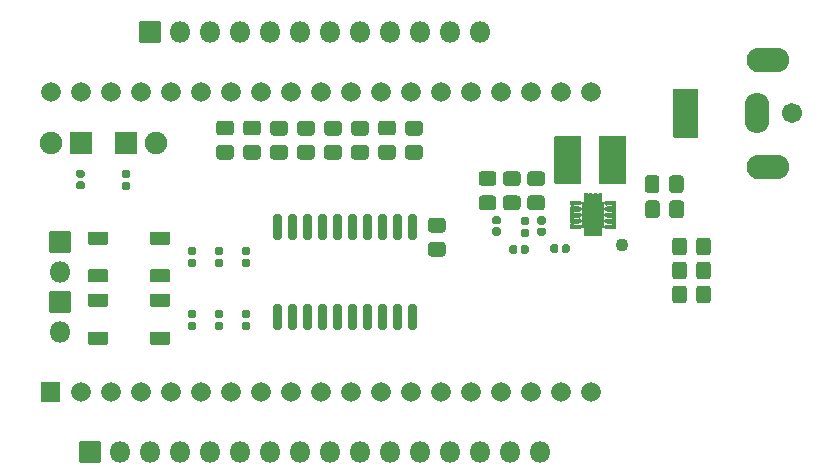
<source format=gbr>
G04 #@! TF.GenerationSoftware,KiCad,Pcbnew,5.99.0-unknown-89dcc4689~104~ubuntu20.04.1*
G04 #@! TF.CreationDate,2020-10-12T19:49:43-07:00*
G04 #@! TF.ProjectId,signal-board,7369676e-616c-42d6-926f-6172642e6b69,rev?*
G04 #@! TF.SameCoordinates,Original*
G04 #@! TF.FileFunction,Soldermask,Bot*
G04 #@! TF.FilePolarity,Negative*
%FSLAX46Y46*%
G04 Gerber Fmt 4.6, Leading zero omitted, Abs format (unit mm)*
G04 Created by KiCad (PCBNEW 5.99.0-unknown-89dcc4689~104~ubuntu20.04.1) date 2020-10-12 19:49:43*
%MOMM*%
%LPD*%
G01*
G04 APERTURE LIST*
%ADD10O,1.801600X1.801600*%
%ADD11C,1.701600*%
%ADD12O,2.101600X3.401600*%
%ADD13O,3.601600X2.101600*%
%ADD14C,1.661600*%
%ADD15C,1.901600*%
%ADD16C,1.101600*%
%ADD17O,0.990000X0.420000*%
%ADD18C,0.701600*%
G04 APERTURE END LIST*
G04 #@! TO.C,J4*
G36*
G01*
X110070000Y-138060800D02*
X108370000Y-138060800D01*
G75*
G02*
X108319200Y-138010000I0J50800D01*
G01*
X108319200Y-136310000D01*
G75*
G02*
X108370000Y-136259200I50800J0D01*
G01*
X110070000Y-136259200D01*
G75*
G02*
X110120800Y-136310000I0J-50800D01*
G01*
X110120800Y-138010000D01*
G75*
G02*
X110070000Y-138060800I-50800J0D01*
G01*
G37*
D10*
X111760000Y-137160000D03*
X114300000Y-137160000D03*
X116840000Y-137160000D03*
X119380000Y-137160000D03*
X121920000Y-137160000D03*
X124460000Y-137160000D03*
X127000000Y-137160000D03*
X129540000Y-137160000D03*
X132080000Y-137160000D03*
X134620000Y-137160000D03*
X137160000Y-137160000D03*
X139700000Y-137160000D03*
X142240000Y-137160000D03*
X144780000Y-137160000D03*
X147320000Y-137160000D03*
G04 #@! TD*
G04 #@! TO.C,J2*
G36*
G01*
X115150000Y-102500800D02*
X113450000Y-102500800D01*
G75*
G02*
X113399200Y-102450000I0J50800D01*
G01*
X113399200Y-100750000D01*
G75*
G02*
X113450000Y-100699200I50800J0D01*
G01*
X115150000Y-100699200D01*
G75*
G02*
X115200800Y-100750000I0J-50800D01*
G01*
X115200800Y-102450000D01*
G75*
G02*
X115150000Y-102500800I-50800J0D01*
G01*
G37*
X116840000Y-101600000D03*
X119380000Y-101600000D03*
X121920000Y-101600000D03*
X124460000Y-101600000D03*
X127000000Y-101600000D03*
X129540000Y-101600000D03*
X132080000Y-101600000D03*
X134620000Y-101600000D03*
X137160000Y-101600000D03*
X139700000Y-101600000D03*
X142240000Y-101600000D03*
G04 #@! TD*
D11*
G04 #@! TO.C,J1*
X168652200Y-108483400D03*
G36*
G01*
X160652200Y-110534200D02*
X158652200Y-110534200D01*
G75*
G02*
X158601400Y-110483400I0J50800D01*
G01*
X158601400Y-106483400D01*
G75*
G02*
X158652200Y-106432600I50800J0D01*
G01*
X160652200Y-106432600D01*
G75*
G02*
X160703000Y-106483400I0J-50800D01*
G01*
X160703000Y-110483400D01*
G75*
G02*
X160652200Y-110534200I-50800J0D01*
G01*
G37*
D12*
X165652200Y-108483400D03*
D13*
X166652200Y-103983400D03*
X166652200Y-112983400D03*
G04 #@! TD*
G04 #@! TO.C,U2*
G36*
G01*
X106670000Y-132930800D02*
X105110000Y-132930800D01*
G75*
G02*
X105059200Y-132880000I0J50800D01*
G01*
X105059200Y-131320000D01*
G75*
G02*
X105110000Y-131269200I50800J0D01*
G01*
X106670000Y-131269200D01*
G75*
G02*
X106720800Y-131320000I0J-50800D01*
G01*
X106720800Y-132880000D01*
G75*
G02*
X106670000Y-132930800I-50800J0D01*
G01*
G37*
D14*
X108430000Y-132100000D03*
X110970000Y-132100000D03*
X113510000Y-132100000D03*
X116050000Y-132100000D03*
X118590000Y-132100000D03*
X121130000Y-132100000D03*
X123670000Y-132100000D03*
X126210000Y-132100000D03*
X128750000Y-132100000D03*
X131290000Y-132100000D03*
X133830000Y-132100000D03*
X136370000Y-132100000D03*
X138910000Y-132100000D03*
X141450000Y-132100000D03*
X143990000Y-132100000D03*
X146530000Y-132100000D03*
X149070000Y-132100000D03*
X151610000Y-132100000D03*
X105890000Y-106700000D03*
X108430000Y-106700000D03*
X110970000Y-106700000D03*
X113510000Y-106700000D03*
X116050000Y-106700000D03*
X118590000Y-106700000D03*
X121130000Y-106700000D03*
X123670000Y-106700000D03*
X126210000Y-106700000D03*
X128750000Y-106700000D03*
X131290000Y-106700000D03*
X133830000Y-106700000D03*
X136370000Y-106700000D03*
X138910000Y-106700000D03*
X141450000Y-106700000D03*
X143990000Y-106700000D03*
X146530000Y-106700000D03*
X149070000Y-106700000D03*
X151610000Y-106700000D03*
G04 #@! TD*
G04 #@! TO.C,R4*
G36*
G01*
X117658100Y-125144200D02*
X118053900Y-125144200D01*
G75*
G02*
X118226800Y-125317100I0J-172900D01*
G01*
X118226800Y-125662900D01*
G75*
G02*
X118053900Y-125835800I-172900J0D01*
G01*
X117658100Y-125835800D01*
G75*
G02*
X117485200Y-125662900I0J172900D01*
G01*
X117485200Y-125317100D01*
G75*
G02*
X117658100Y-125144200I172900J0D01*
G01*
G37*
G36*
G01*
X117658100Y-126114200D02*
X118053900Y-126114200D01*
G75*
G02*
X118226800Y-126287100I0J-172900D01*
G01*
X118226800Y-126632900D01*
G75*
G02*
X118053900Y-126805800I-172900J0D01*
G01*
X117658100Y-126805800D01*
G75*
G02*
X117485200Y-126632900I0J172900D01*
G01*
X117485200Y-126287100D01*
G75*
G02*
X117658100Y-126114200I172900J0D01*
G01*
G37*
G04 #@! TD*
G04 #@! TO.C,R2*
G36*
G01*
X147249100Y-117203000D02*
X147644900Y-117203000D01*
G75*
G02*
X147817800Y-117375900I0J-172900D01*
G01*
X147817800Y-117721700D01*
G75*
G02*
X147644900Y-117894600I-172900J0D01*
G01*
X147249100Y-117894600D01*
G75*
G02*
X147076200Y-117721700I0J172900D01*
G01*
X147076200Y-117375900D01*
G75*
G02*
X147249100Y-117203000I172900J0D01*
G01*
G37*
G36*
G01*
X147249100Y-118173000D02*
X147644900Y-118173000D01*
G75*
G02*
X147817800Y-118345900I0J-172900D01*
G01*
X147817800Y-118691700D01*
G75*
G02*
X147644900Y-118864600I-172900J0D01*
G01*
X147249100Y-118864600D01*
G75*
G02*
X147076200Y-118691700I0J172900D01*
G01*
X147076200Y-118345900D01*
G75*
G02*
X147249100Y-118173000I172900J0D01*
G01*
G37*
G04 #@! TD*
G04 #@! TO.C,D2*
G36*
G01*
X111317200Y-111898000D02*
X111317200Y-110098000D01*
G75*
G02*
X111368000Y-110047200I50800J0D01*
G01*
X113168000Y-110047200D01*
G75*
G02*
X113218800Y-110098000I0J-50800D01*
G01*
X113218800Y-111898000D01*
G75*
G02*
X113168000Y-111948800I-50800J0D01*
G01*
X111368000Y-111948800D01*
G75*
G02*
X111317200Y-111898000I0J50800D01*
G01*
G37*
D15*
X114808000Y-110998000D03*
G04 #@! TD*
D16*
G04 #@! TO.C,TP1*
X154228800Y-119634000D03*
G04 #@! TD*
G04 #@! TO.C,R12*
G36*
G01*
X132558713Y-112412800D02*
X131601287Y-112412800D01*
G75*
G02*
X131329200Y-112140713I0J272087D01*
G01*
X131329200Y-111433287D01*
G75*
G02*
X131601287Y-111161200I272087J0D01*
G01*
X132558713Y-111161200D01*
G75*
G02*
X132830800Y-111433287I0J-272087D01*
G01*
X132830800Y-112140713D01*
G75*
G02*
X132558713Y-112412800I-272087J0D01*
G01*
G37*
G36*
G01*
X132558713Y-110362800D02*
X131601287Y-110362800D01*
G75*
G02*
X131329200Y-110090713I0J272087D01*
G01*
X131329200Y-109383287D01*
G75*
G02*
X131601287Y-109111200I272087J0D01*
G01*
X132558713Y-109111200D01*
G75*
G02*
X132830800Y-109383287I0J-272087D01*
G01*
X132830800Y-110090713D01*
G75*
G02*
X132558713Y-110362800I-272087J0D01*
G01*
G37*
G04 #@! TD*
G04 #@! TO.C,C1*
G36*
G01*
X156184800Y-114956513D02*
X156184800Y-113999087D01*
G75*
G02*
X156456887Y-113727000I272087J0D01*
G01*
X157164313Y-113727000D01*
G75*
G02*
X157436400Y-113999087I0J-272087D01*
G01*
X157436400Y-114956513D01*
G75*
G02*
X157164313Y-115228600I-272087J0D01*
G01*
X156456887Y-115228600D01*
G75*
G02*
X156184800Y-114956513I0J272087D01*
G01*
G37*
G36*
G01*
X158234800Y-114956513D02*
X158234800Y-113999087D01*
G75*
G02*
X158506887Y-113727000I272087J0D01*
G01*
X159214313Y-113727000D01*
G75*
G02*
X159486400Y-113999087I0J-272087D01*
G01*
X159486400Y-114956513D01*
G75*
G02*
X159214313Y-115228600I-272087J0D01*
G01*
X158506887Y-115228600D01*
G75*
G02*
X158234800Y-114956513I0J272087D01*
G01*
G37*
G04 #@! TD*
G04 #@! TO.C,C6*
G36*
G01*
X145411113Y-116687400D02*
X144453687Y-116687400D01*
G75*
G02*
X144181600Y-116415313I0J272087D01*
G01*
X144181600Y-115707887D01*
G75*
G02*
X144453687Y-115435800I272087J0D01*
G01*
X145411113Y-115435800D01*
G75*
G02*
X145683200Y-115707887I0J-272087D01*
G01*
X145683200Y-116415313D01*
G75*
G02*
X145411113Y-116687400I-272087J0D01*
G01*
G37*
G36*
G01*
X145411113Y-114637400D02*
X144453687Y-114637400D01*
G75*
G02*
X144181600Y-114365313I0J272087D01*
G01*
X144181600Y-113657887D01*
G75*
G02*
X144453687Y-113385800I272087J0D01*
G01*
X145411113Y-113385800D01*
G75*
G02*
X145683200Y-113657887I0J-272087D01*
G01*
X145683200Y-114365313D01*
G75*
G02*
X145411113Y-114637400I-272087J0D01*
G01*
G37*
G04 #@! TD*
G04 #@! TO.C,R8*
G36*
G01*
X108209300Y-113266000D02*
X108605100Y-113266000D01*
G75*
G02*
X108778000Y-113438900I0J-172900D01*
G01*
X108778000Y-113784700D01*
G75*
G02*
X108605100Y-113957600I-172900J0D01*
G01*
X108209300Y-113957600D01*
G75*
G02*
X108036400Y-113784700I0J172900D01*
G01*
X108036400Y-113438900D01*
G75*
G02*
X108209300Y-113266000I172900J0D01*
G01*
G37*
G36*
G01*
X108209300Y-114236000D02*
X108605100Y-114236000D01*
G75*
G02*
X108778000Y-114408900I0J-172900D01*
G01*
X108778000Y-114754700D01*
G75*
G02*
X108605100Y-114927600I-172900J0D01*
G01*
X108209300Y-114927600D01*
G75*
G02*
X108036400Y-114754700I0J172900D01*
G01*
X108036400Y-114408900D01*
G75*
G02*
X108209300Y-114236000I172900J0D01*
G01*
G37*
G04 #@! TD*
G04 #@! TO.C,R10*
G36*
G01*
X137130713Y-112412800D02*
X136173287Y-112412800D01*
G75*
G02*
X135901200Y-112140713I0J272087D01*
G01*
X135901200Y-111433287D01*
G75*
G02*
X136173287Y-111161200I272087J0D01*
G01*
X137130713Y-111161200D01*
G75*
G02*
X137402800Y-111433287I0J-272087D01*
G01*
X137402800Y-112140713D01*
G75*
G02*
X137130713Y-112412800I-272087J0D01*
G01*
G37*
G36*
G01*
X137130713Y-110362800D02*
X136173287Y-110362800D01*
G75*
G02*
X135901200Y-110090713I0J272087D01*
G01*
X135901200Y-109383287D01*
G75*
G02*
X136173287Y-109111200I272087J0D01*
G01*
X137130713Y-109111200D01*
G75*
G02*
X137402800Y-109383287I0J-272087D01*
G01*
X137402800Y-110090713D01*
G75*
G02*
X137130713Y-110362800I-272087J0D01*
G01*
G37*
G04 #@! TD*
G04 #@! TO.C,C2*
G36*
G01*
X156213200Y-117090113D02*
X156213200Y-116132687D01*
G75*
G02*
X156485287Y-115860600I272087J0D01*
G01*
X157192713Y-115860600D01*
G75*
G02*
X157464800Y-116132687I0J-272087D01*
G01*
X157464800Y-117090113D01*
G75*
G02*
X157192713Y-117362200I-272087J0D01*
G01*
X156485287Y-117362200D01*
G75*
G02*
X156213200Y-117090113I0J272087D01*
G01*
G37*
G36*
G01*
X158263200Y-117090113D02*
X158263200Y-116132687D01*
G75*
G02*
X158535287Y-115860600I272087J0D01*
G01*
X159242713Y-115860600D01*
G75*
G02*
X159514800Y-116132687I0J-272087D01*
G01*
X159514800Y-117090113D01*
G75*
G02*
X159242713Y-117362200I-272087J0D01*
G01*
X158535287Y-117362200D01*
G75*
G02*
X158263200Y-117090113I0J272087D01*
G01*
G37*
G04 #@! TD*
G04 #@! TO.C,C13*
G36*
G01*
X158496200Y-124303713D02*
X158496200Y-123346287D01*
G75*
G02*
X158768287Y-123074200I272087J0D01*
G01*
X159475713Y-123074200D01*
G75*
G02*
X159747800Y-123346287I0J-272087D01*
G01*
X159747800Y-124303713D01*
G75*
G02*
X159475713Y-124575800I-272087J0D01*
G01*
X158768287Y-124575800D01*
G75*
G02*
X158496200Y-124303713I0J272087D01*
G01*
G37*
G36*
G01*
X160546200Y-124303713D02*
X160546200Y-123346287D01*
G75*
G02*
X160818287Y-123074200I272087J0D01*
G01*
X161525713Y-123074200D01*
G75*
G02*
X161797800Y-123346287I0J-272087D01*
G01*
X161797800Y-124303713D01*
G75*
G02*
X161525713Y-124575800I-272087J0D01*
G01*
X160818287Y-124575800D01*
G75*
G02*
X160546200Y-124303713I0J272087D01*
G01*
G37*
G04 #@! TD*
G04 #@! TO.C,R7*
G36*
G01*
X122230100Y-119819200D02*
X122625900Y-119819200D01*
G75*
G02*
X122798800Y-119992100I0J-172900D01*
G01*
X122798800Y-120337900D01*
G75*
G02*
X122625900Y-120510800I-172900J0D01*
G01*
X122230100Y-120510800D01*
G75*
G02*
X122057200Y-120337900I0J172900D01*
G01*
X122057200Y-119992100D01*
G75*
G02*
X122230100Y-119819200I172900J0D01*
G01*
G37*
G36*
G01*
X122230100Y-120789200D02*
X122625900Y-120789200D01*
G75*
G02*
X122798800Y-120962100I0J-172900D01*
G01*
X122798800Y-121307900D01*
G75*
G02*
X122625900Y-121480800I-172900J0D01*
G01*
X122230100Y-121480800D01*
G75*
G02*
X122057200Y-121307900I0J172900D01*
G01*
X122057200Y-120962100D01*
G75*
G02*
X122230100Y-120789200I172900J0D01*
G01*
G37*
G04 #@! TD*
G04 #@! TO.C,R6*
G36*
G01*
X117658100Y-119810200D02*
X118053900Y-119810200D01*
G75*
G02*
X118226800Y-119983100I0J-172900D01*
G01*
X118226800Y-120328900D01*
G75*
G02*
X118053900Y-120501800I-172900J0D01*
G01*
X117658100Y-120501800D01*
G75*
G02*
X117485200Y-120328900I0J172900D01*
G01*
X117485200Y-119983100D01*
G75*
G02*
X117658100Y-119810200I172900J0D01*
G01*
G37*
G36*
G01*
X117658100Y-120780200D02*
X118053900Y-120780200D01*
G75*
G02*
X118226800Y-120953100I0J-172900D01*
G01*
X118226800Y-121298900D01*
G75*
G02*
X118053900Y-121471800I-172900J0D01*
G01*
X117658100Y-121471800D01*
G75*
G02*
X117485200Y-121298900I0J172900D01*
G01*
X117485200Y-120953100D01*
G75*
G02*
X117658100Y-120780200I172900J0D01*
G01*
G37*
G04 #@! TD*
G04 #@! TO.C,SW1*
G36*
G01*
X115972800Y-123808000D02*
X115972800Y-124808000D01*
G75*
G02*
X115922000Y-124858800I-50800J0D01*
G01*
X114372000Y-124858800D01*
G75*
G02*
X114321200Y-124808000I0J50800D01*
G01*
X114321200Y-123808000D01*
G75*
G02*
X114372000Y-123757200I50800J0D01*
G01*
X115922000Y-123757200D01*
G75*
G02*
X115972800Y-123808000I0J-50800D01*
G01*
G37*
G36*
G01*
X110722800Y-123808000D02*
X110722800Y-124808000D01*
G75*
G02*
X110672000Y-124858800I-50800J0D01*
G01*
X109122000Y-124858800D01*
G75*
G02*
X109071200Y-124808000I0J50800D01*
G01*
X109071200Y-123808000D01*
G75*
G02*
X109122000Y-123757200I50800J0D01*
G01*
X110672000Y-123757200D01*
G75*
G02*
X110722800Y-123808000I0J-50800D01*
G01*
G37*
G36*
G01*
X115972800Y-127008000D02*
X115972800Y-128008000D01*
G75*
G02*
X115922000Y-128058800I-50800J0D01*
G01*
X114372000Y-128058800D01*
G75*
G02*
X114321200Y-128008000I0J50800D01*
G01*
X114321200Y-127008000D01*
G75*
G02*
X114372000Y-126957200I50800J0D01*
G01*
X115922000Y-126957200D01*
G75*
G02*
X115972800Y-127008000I0J-50800D01*
G01*
G37*
G36*
G01*
X110722800Y-127008000D02*
X110722800Y-128008000D01*
G75*
G02*
X110672000Y-128058800I-50800J0D01*
G01*
X109122000Y-128058800D01*
G75*
G02*
X109071200Y-128008000I0J50800D01*
G01*
X109071200Y-127008000D01*
G75*
G02*
X109122000Y-126957200I50800J0D01*
G01*
X110672000Y-126957200D01*
G75*
G02*
X110722800Y-127008000I0J-50800D01*
G01*
G37*
G04 #@! TD*
G04 #@! TO.C,C5*
G36*
G01*
X143353713Y-116687400D02*
X142396287Y-116687400D01*
G75*
G02*
X142124200Y-116415313I0J272087D01*
G01*
X142124200Y-115707887D01*
G75*
G02*
X142396287Y-115435800I272087J0D01*
G01*
X143353713Y-115435800D01*
G75*
G02*
X143625800Y-115707887I0J-272087D01*
G01*
X143625800Y-116415313D01*
G75*
G02*
X143353713Y-116687400I-272087J0D01*
G01*
G37*
G36*
G01*
X143353713Y-114637400D02*
X142396287Y-114637400D01*
G75*
G02*
X142124200Y-114365313I0J272087D01*
G01*
X142124200Y-113657887D01*
G75*
G02*
X142396287Y-113385800I272087J0D01*
G01*
X143353713Y-113385800D01*
G75*
G02*
X143625800Y-113657887I0J-272087D01*
G01*
X143625800Y-114365313D01*
G75*
G02*
X143353713Y-114637400I-272087J0D01*
G01*
G37*
G04 #@! TD*
G04 #@! TO.C,R16*
G36*
G01*
X123414713Y-112403800D02*
X122457287Y-112403800D01*
G75*
G02*
X122185200Y-112131713I0J272087D01*
G01*
X122185200Y-111424287D01*
G75*
G02*
X122457287Y-111152200I272087J0D01*
G01*
X123414713Y-111152200D01*
G75*
G02*
X123686800Y-111424287I0J-272087D01*
G01*
X123686800Y-112131713D01*
G75*
G02*
X123414713Y-112403800I-272087J0D01*
G01*
G37*
G36*
G01*
X123414713Y-110353800D02*
X122457287Y-110353800D01*
G75*
G02*
X122185200Y-110081713I0J272087D01*
G01*
X122185200Y-109374287D01*
G75*
G02*
X122457287Y-109102200I272087J0D01*
G01*
X123414713Y-109102200D01*
G75*
G02*
X123686800Y-109374287I0J-272087D01*
G01*
X123686800Y-110081713D01*
G75*
G02*
X123414713Y-110353800I-272087J0D01*
G01*
G37*
G04 #@! TD*
G04 #@! TO.C,D1*
G36*
G01*
X109408800Y-110098000D02*
X109408800Y-111898000D01*
G75*
G02*
X109358000Y-111948800I-50800J0D01*
G01*
X107558000Y-111948800D01*
G75*
G02*
X107507200Y-111898000I0J50800D01*
G01*
X107507200Y-110098000D01*
G75*
G02*
X107558000Y-110047200I50800J0D01*
G01*
X109358000Y-110047200D01*
G75*
G02*
X109408800Y-110098000I0J-50800D01*
G01*
G37*
D15*
X105918000Y-110998000D03*
G04 #@! TD*
G04 #@! TO.C,C9*
G36*
G01*
X120339900Y-121471800D02*
X119944100Y-121471800D01*
G75*
G02*
X119771200Y-121298900I0J172900D01*
G01*
X119771200Y-120953100D01*
G75*
G02*
X119944100Y-120780200I172900J0D01*
G01*
X120339900Y-120780200D01*
G75*
G02*
X120512800Y-120953100I0J-172900D01*
G01*
X120512800Y-121298900D01*
G75*
G02*
X120339900Y-121471800I-172900J0D01*
G01*
G37*
G36*
G01*
X120339900Y-120501800D02*
X119944100Y-120501800D01*
G75*
G02*
X119771200Y-120328900I0J172900D01*
G01*
X119771200Y-119983100D01*
G75*
G02*
X119944100Y-119810200I172900J0D01*
G01*
X120339900Y-119810200D01*
G75*
G02*
X120512800Y-119983100I0J-172900D01*
G01*
X120512800Y-120328900D01*
G75*
G02*
X120339900Y-120501800I-172900J0D01*
G01*
G37*
G04 #@! TD*
G04 #@! TO.C,C8*
G36*
G01*
X120339900Y-126814800D02*
X119944100Y-126814800D01*
G75*
G02*
X119771200Y-126641900I0J172900D01*
G01*
X119771200Y-126296100D01*
G75*
G02*
X119944100Y-126123200I172900J0D01*
G01*
X120339900Y-126123200D01*
G75*
G02*
X120512800Y-126296100I0J-172900D01*
G01*
X120512800Y-126641900D01*
G75*
G02*
X120339900Y-126814800I-172900J0D01*
G01*
G37*
G36*
G01*
X120339900Y-125844800D02*
X119944100Y-125844800D01*
G75*
G02*
X119771200Y-125671900I0J172900D01*
G01*
X119771200Y-125326100D01*
G75*
G02*
X119944100Y-125153200I172900J0D01*
G01*
X120339900Y-125153200D01*
G75*
G02*
X120512800Y-125326100I0J-172900D01*
G01*
X120512800Y-125671900D01*
G75*
G02*
X120339900Y-125844800I-172900J0D01*
G01*
G37*
G04 #@! TD*
G04 #@! TO.C,C7*
G36*
G01*
X147468513Y-116687400D02*
X146511087Y-116687400D01*
G75*
G02*
X146239000Y-116415313I0J272087D01*
G01*
X146239000Y-115707887D01*
G75*
G02*
X146511087Y-115435800I272087J0D01*
G01*
X147468513Y-115435800D01*
G75*
G02*
X147740600Y-115707887I0J-272087D01*
G01*
X147740600Y-116415313D01*
G75*
G02*
X147468513Y-116687400I-272087J0D01*
G01*
G37*
G36*
G01*
X147468513Y-114637400D02*
X146511087Y-114637400D01*
G75*
G02*
X146239000Y-114365313I0J272087D01*
G01*
X146239000Y-113657887D01*
G75*
G02*
X146511087Y-113385800I272087J0D01*
G01*
X147468513Y-113385800D01*
G75*
G02*
X147740600Y-113657887I0J-272087D01*
G01*
X147740600Y-114365313D01*
G75*
G02*
X147468513Y-114637400I-272087J0D01*
G01*
G37*
G04 #@! TD*
G04 #@! TO.C,R15*
G36*
G01*
X125700713Y-112412800D02*
X124743287Y-112412800D01*
G75*
G02*
X124471200Y-112140713I0J272087D01*
G01*
X124471200Y-111433287D01*
G75*
G02*
X124743287Y-111161200I272087J0D01*
G01*
X125700713Y-111161200D01*
G75*
G02*
X125972800Y-111433287I0J-272087D01*
G01*
X125972800Y-112140713D01*
G75*
G02*
X125700713Y-112412800I-272087J0D01*
G01*
G37*
G36*
G01*
X125700713Y-110362800D02*
X124743287Y-110362800D01*
G75*
G02*
X124471200Y-110090713I0J272087D01*
G01*
X124471200Y-109383287D01*
G75*
G02*
X124743287Y-109111200I272087J0D01*
G01*
X125700713Y-109111200D01*
G75*
G02*
X125972800Y-109383287I0J-272087D01*
G01*
X125972800Y-110090713D01*
G75*
G02*
X125700713Y-110362800I-272087J0D01*
G01*
G37*
G04 #@! TD*
G04 #@! TO.C,R5*
G36*
G01*
X122230100Y-125144200D02*
X122625900Y-125144200D01*
G75*
G02*
X122798800Y-125317100I0J-172900D01*
G01*
X122798800Y-125662900D01*
G75*
G02*
X122625900Y-125835800I-172900J0D01*
G01*
X122230100Y-125835800D01*
G75*
G02*
X122057200Y-125662900I0J172900D01*
G01*
X122057200Y-125317100D01*
G75*
G02*
X122230100Y-125144200I172900J0D01*
G01*
G37*
G36*
G01*
X122230100Y-126114200D02*
X122625900Y-126114200D01*
G75*
G02*
X122798800Y-126287100I0J-172900D01*
G01*
X122798800Y-126632900D01*
G75*
G02*
X122625900Y-126805800I-172900J0D01*
G01*
X122230100Y-126805800D01*
G75*
G02*
X122057200Y-126632900I0J172900D01*
G01*
X122057200Y-126287100D01*
G75*
G02*
X122230100Y-126114200I172900J0D01*
G01*
G37*
G04 #@! TD*
G04 #@! TO.C,SW2*
G36*
G01*
X115972800Y-118550000D02*
X115972800Y-119550000D01*
G75*
G02*
X115922000Y-119600800I-50800J0D01*
G01*
X114372000Y-119600800D01*
G75*
G02*
X114321200Y-119550000I0J50800D01*
G01*
X114321200Y-118550000D01*
G75*
G02*
X114372000Y-118499200I50800J0D01*
G01*
X115922000Y-118499200D01*
G75*
G02*
X115972800Y-118550000I0J-50800D01*
G01*
G37*
G36*
G01*
X110722800Y-118550000D02*
X110722800Y-119550000D01*
G75*
G02*
X110672000Y-119600800I-50800J0D01*
G01*
X109122000Y-119600800D01*
G75*
G02*
X109071200Y-119550000I0J50800D01*
G01*
X109071200Y-118550000D01*
G75*
G02*
X109122000Y-118499200I50800J0D01*
G01*
X110672000Y-118499200D01*
G75*
G02*
X110722800Y-118550000I0J-50800D01*
G01*
G37*
G36*
G01*
X115972800Y-121750000D02*
X115972800Y-122750000D01*
G75*
G02*
X115922000Y-122800800I-50800J0D01*
G01*
X114372000Y-122800800D01*
G75*
G02*
X114321200Y-122750000I0J50800D01*
G01*
X114321200Y-121750000D01*
G75*
G02*
X114372000Y-121699200I50800J0D01*
G01*
X115922000Y-121699200D01*
G75*
G02*
X115972800Y-121750000I0J-50800D01*
G01*
G37*
G36*
G01*
X110722800Y-121750000D02*
X110722800Y-122750000D01*
G75*
G02*
X110672000Y-122800800I-50800J0D01*
G01*
X109122000Y-122800800D01*
G75*
G02*
X109071200Y-122750000I0J50800D01*
G01*
X109071200Y-121750000D01*
G75*
G02*
X109122000Y-121699200I50800J0D01*
G01*
X110672000Y-121699200D01*
G75*
G02*
X110722800Y-121750000I0J-50800D01*
G01*
G37*
G04 #@! TD*
G04 #@! TO.C,C10*
G36*
G01*
X138103687Y-117322800D02*
X139061113Y-117322800D01*
G75*
G02*
X139333200Y-117594887I0J-272087D01*
G01*
X139333200Y-118302313D01*
G75*
G02*
X139061113Y-118574400I-272087J0D01*
G01*
X138103687Y-118574400D01*
G75*
G02*
X137831600Y-118302313I0J272087D01*
G01*
X137831600Y-117594887D01*
G75*
G02*
X138103687Y-117322800I272087J0D01*
G01*
G37*
G36*
G01*
X138103687Y-119372800D02*
X139061113Y-119372800D01*
G75*
G02*
X139333200Y-119644887I0J-272087D01*
G01*
X139333200Y-120352313D01*
G75*
G02*
X139061113Y-120624400I-272087J0D01*
G01*
X138103687Y-120624400D01*
G75*
G02*
X137831600Y-120352313I0J272087D01*
G01*
X137831600Y-119644887D01*
G75*
G02*
X138103687Y-119372800I272087J0D01*
G01*
G37*
G04 #@! TD*
G04 #@! TO.C,C3*
G36*
G01*
X149852600Y-119740900D02*
X149852600Y-120136700D01*
G75*
G02*
X149679700Y-120309600I-172900J0D01*
G01*
X149333900Y-120309600D01*
G75*
G02*
X149161000Y-120136700I0J172900D01*
G01*
X149161000Y-119740900D01*
G75*
G02*
X149333900Y-119568000I172900J0D01*
G01*
X149679700Y-119568000D01*
G75*
G02*
X149852600Y-119740900I0J-172900D01*
G01*
G37*
G36*
G01*
X148882600Y-119740900D02*
X148882600Y-120136700D01*
G75*
G02*
X148709700Y-120309600I-172900J0D01*
G01*
X148363900Y-120309600D01*
G75*
G02*
X148191000Y-120136700I0J172900D01*
G01*
X148191000Y-119740900D01*
G75*
G02*
X148363900Y-119568000I172900J0D01*
G01*
X148709700Y-119568000D01*
G75*
G02*
X148882600Y-119740900I0J-172900D01*
G01*
G37*
G04 #@! TD*
G04 #@! TO.C,R13*
G36*
G01*
X130272713Y-112412800D02*
X129315287Y-112412800D01*
G75*
G02*
X129043200Y-112140713I0J272087D01*
G01*
X129043200Y-111433287D01*
G75*
G02*
X129315287Y-111161200I272087J0D01*
G01*
X130272713Y-111161200D01*
G75*
G02*
X130544800Y-111433287I0J-272087D01*
G01*
X130544800Y-112140713D01*
G75*
G02*
X130272713Y-112412800I-272087J0D01*
G01*
G37*
G36*
G01*
X130272713Y-110362800D02*
X129315287Y-110362800D01*
G75*
G02*
X129043200Y-110090713I0J272087D01*
G01*
X129043200Y-109383287D01*
G75*
G02*
X129315287Y-109111200I272087J0D01*
G01*
X130272713Y-109111200D01*
G75*
G02*
X130544800Y-109383287I0J-272087D01*
G01*
X130544800Y-110090713D01*
G75*
G02*
X130272713Y-110362800I-272087J0D01*
G01*
G37*
G04 #@! TD*
G04 #@! TO.C,L1*
G36*
G01*
X154614800Y-110481500D02*
X154614800Y-114381500D01*
G75*
G02*
X154564000Y-114432300I-50800J0D01*
G01*
X152364000Y-114432300D01*
G75*
G02*
X152313200Y-114381500I0J50800D01*
G01*
X152313200Y-110481500D01*
G75*
G02*
X152364000Y-110430700I50800J0D01*
G01*
X154564000Y-110430700D01*
G75*
G02*
X154614800Y-110481500I0J-50800D01*
G01*
G37*
G36*
G01*
X150814800Y-110481500D02*
X150814800Y-114381500D01*
G75*
G02*
X150764000Y-114432300I-50800J0D01*
G01*
X148564000Y-114432300D01*
G75*
G02*
X148513200Y-114381500I0J50800D01*
G01*
X148513200Y-110481500D01*
G75*
G02*
X148564000Y-110430700I50800J0D01*
G01*
X150764000Y-110430700D01*
G75*
G02*
X150814800Y-110481500I0J-50800D01*
G01*
G37*
G04 #@! TD*
G04 #@! TO.C,C11*
G36*
G01*
X158496200Y-120239713D02*
X158496200Y-119282287D01*
G75*
G02*
X158768287Y-119010200I272087J0D01*
G01*
X159475713Y-119010200D01*
G75*
G02*
X159747800Y-119282287I0J-272087D01*
G01*
X159747800Y-120239713D01*
G75*
G02*
X159475713Y-120511800I-272087J0D01*
G01*
X158768287Y-120511800D01*
G75*
G02*
X158496200Y-120239713I0J272087D01*
G01*
G37*
G36*
G01*
X160546200Y-120239713D02*
X160546200Y-119282287D01*
G75*
G02*
X160818287Y-119010200I272087J0D01*
G01*
X161525713Y-119010200D01*
G75*
G02*
X161797800Y-119282287I0J-272087D01*
G01*
X161797800Y-120239713D01*
G75*
G02*
X161525713Y-120511800I-272087J0D01*
G01*
X160818287Y-120511800D01*
G75*
G02*
X160546200Y-120239713I0J272087D01*
G01*
G37*
G04 #@! TD*
G04 #@! TO.C,R17*
G36*
G01*
X121128713Y-112394800D02*
X120171287Y-112394800D01*
G75*
G02*
X119899200Y-112122713I0J272087D01*
G01*
X119899200Y-111415287D01*
G75*
G02*
X120171287Y-111143200I272087J0D01*
G01*
X121128713Y-111143200D01*
G75*
G02*
X121400800Y-111415287I0J-272087D01*
G01*
X121400800Y-112122713D01*
G75*
G02*
X121128713Y-112394800I-272087J0D01*
G01*
G37*
G36*
G01*
X121128713Y-110344800D02*
X120171287Y-110344800D01*
G75*
G02*
X119899200Y-110072713I0J272087D01*
G01*
X119899200Y-109365287D01*
G75*
G02*
X120171287Y-109093200I272087J0D01*
G01*
X121128713Y-109093200D01*
G75*
G02*
X121400800Y-109365287I0J-272087D01*
G01*
X121400800Y-110072713D01*
G75*
G02*
X121128713Y-110344800I-272087J0D01*
G01*
G37*
G04 #@! TD*
G04 #@! TO.C,R3*
G36*
G01*
X143439100Y-117177600D02*
X143834900Y-117177600D01*
G75*
G02*
X144007800Y-117350500I0J-172900D01*
G01*
X144007800Y-117696300D01*
G75*
G02*
X143834900Y-117869200I-172900J0D01*
G01*
X143439100Y-117869200D01*
G75*
G02*
X143266200Y-117696300I0J172900D01*
G01*
X143266200Y-117350500D01*
G75*
G02*
X143439100Y-117177600I172900J0D01*
G01*
G37*
G36*
G01*
X143439100Y-118147600D02*
X143834900Y-118147600D01*
G75*
G02*
X144007800Y-118320500I0J-172900D01*
G01*
X144007800Y-118666300D01*
G75*
G02*
X143834900Y-118839200I-172900J0D01*
G01*
X143439100Y-118839200D01*
G75*
G02*
X143266200Y-118666300I0J172900D01*
G01*
X143266200Y-118320500D01*
G75*
G02*
X143439100Y-118147600I172900J0D01*
G01*
G37*
G04 #@! TD*
G04 #@! TO.C,R1*
G36*
G01*
X145852100Y-117279200D02*
X146247900Y-117279200D01*
G75*
G02*
X146420800Y-117452100I0J-172900D01*
G01*
X146420800Y-117797900D01*
G75*
G02*
X146247900Y-117970800I-172900J0D01*
G01*
X145852100Y-117970800D01*
G75*
G02*
X145679200Y-117797900I0J172900D01*
G01*
X145679200Y-117452100D01*
G75*
G02*
X145852100Y-117279200I172900J0D01*
G01*
G37*
G36*
G01*
X145852100Y-118249200D02*
X146247900Y-118249200D01*
G75*
G02*
X146420800Y-118422100I0J-172900D01*
G01*
X146420800Y-118767900D01*
G75*
G02*
X146247900Y-118940800I-172900J0D01*
G01*
X145852100Y-118940800D01*
G75*
G02*
X145679200Y-118767900I0J172900D01*
G01*
X145679200Y-118422100D01*
G75*
G02*
X145852100Y-118249200I172900J0D01*
G01*
G37*
G04 #@! TD*
G04 #@! TO.C,C12*
G36*
G01*
X158496200Y-122271713D02*
X158496200Y-121314287D01*
G75*
G02*
X158768287Y-121042200I272087J0D01*
G01*
X159475713Y-121042200D01*
G75*
G02*
X159747800Y-121314287I0J-272087D01*
G01*
X159747800Y-122271713D01*
G75*
G02*
X159475713Y-122543800I-272087J0D01*
G01*
X158768287Y-122543800D01*
G75*
G02*
X158496200Y-122271713I0J272087D01*
G01*
G37*
G36*
G01*
X160546200Y-122271713D02*
X160546200Y-121314287D01*
G75*
G02*
X160818287Y-121042200I272087J0D01*
G01*
X161525713Y-121042200D01*
G75*
G02*
X161797800Y-121314287I0J-272087D01*
G01*
X161797800Y-122271713D01*
G75*
G02*
X161525713Y-122543800I-272087J0D01*
G01*
X160818287Y-122543800D01*
G75*
G02*
X160546200Y-122271713I0J272087D01*
G01*
G37*
G04 #@! TD*
G04 #@! TO.C,J5*
G36*
G01*
X107580800Y-123610000D02*
X107580800Y-125310000D01*
G75*
G02*
X107530000Y-125360800I-50800J0D01*
G01*
X105830000Y-125360800D01*
G75*
G02*
X105779200Y-125310000I0J50800D01*
G01*
X105779200Y-123610000D01*
G75*
G02*
X105830000Y-123559200I50800J0D01*
G01*
X107530000Y-123559200D01*
G75*
G02*
X107580800Y-123610000I0J-50800D01*
G01*
G37*
D10*
X106680000Y-127000000D03*
G04 #@! TD*
G04 #@! TO.C,U1*
G36*
G01*
X153784000Y-115941500D02*
X153784000Y-116221500D01*
G75*
G02*
X153714000Y-116291500I-70000J0D01*
G01*
X153434000Y-116291500D01*
G75*
G02*
X153364000Y-116221500I0J70000D01*
G01*
X153364000Y-115941500D01*
G75*
G02*
X153434000Y-115871500I70000J0D01*
G01*
X153714000Y-115871500D01*
G75*
G02*
X153784000Y-115941500I0J-70000D01*
G01*
G37*
D17*
X153289000Y-116081500D03*
X153289000Y-116581500D03*
G36*
G01*
X153784000Y-116441500D02*
X153784000Y-116721500D01*
G75*
G02*
X153714000Y-116791500I-70000J0D01*
G01*
X153434000Y-116791500D01*
G75*
G02*
X153364000Y-116721500I0J70000D01*
G01*
X153364000Y-116441500D01*
G75*
G02*
X153434000Y-116371500I70000J0D01*
G01*
X153714000Y-116371500D01*
G75*
G02*
X153784000Y-116441500I0J-70000D01*
G01*
G37*
X153289000Y-117081500D03*
G36*
G01*
X153784000Y-116941500D02*
X153784000Y-117221500D01*
G75*
G02*
X153714000Y-117291500I-70000J0D01*
G01*
X153434000Y-117291500D01*
G75*
G02*
X153364000Y-117221500I0J70000D01*
G01*
X153364000Y-116941500D01*
G75*
G02*
X153434000Y-116871500I70000J0D01*
G01*
X153714000Y-116871500D01*
G75*
G02*
X153784000Y-116941500I0J-70000D01*
G01*
G37*
G36*
G01*
X153784000Y-117441500D02*
X153784000Y-117721500D01*
G75*
G02*
X153714000Y-117791500I-70000J0D01*
G01*
X153434000Y-117791500D01*
G75*
G02*
X153364000Y-117721500I0J70000D01*
G01*
X153364000Y-117441500D01*
G75*
G02*
X153434000Y-117371500I70000J0D01*
G01*
X153714000Y-117371500D01*
G75*
G02*
X153784000Y-117441500I0J-70000D01*
G01*
G37*
X153289000Y-117581500D03*
X153289000Y-118081500D03*
G36*
G01*
X153784000Y-117941500D02*
X153784000Y-118221500D01*
G75*
G02*
X153714000Y-118291500I-70000J0D01*
G01*
X153434000Y-118291500D01*
G75*
G02*
X153364000Y-118221500I0J70000D01*
G01*
X153364000Y-117941500D01*
G75*
G02*
X153434000Y-117871500I70000J0D01*
G01*
X153714000Y-117871500D01*
G75*
G02*
X153784000Y-117941500I0J-70000D01*
G01*
G37*
G36*
G01*
X150264000Y-117941500D02*
X150264000Y-118221500D01*
G75*
G02*
X150194000Y-118291500I-70000J0D01*
G01*
X149914000Y-118291500D01*
G75*
G02*
X149844000Y-118221500I0J70000D01*
G01*
X149844000Y-117941500D01*
G75*
G02*
X149914000Y-117871500I70000J0D01*
G01*
X150194000Y-117871500D01*
G75*
G02*
X150264000Y-117941500I0J-70000D01*
G01*
G37*
X150339000Y-118081500D03*
X150339000Y-117581500D03*
G36*
G01*
X150264000Y-117441500D02*
X150264000Y-117721500D01*
G75*
G02*
X150194000Y-117791500I-70000J0D01*
G01*
X149914000Y-117791500D01*
G75*
G02*
X149844000Y-117721500I0J70000D01*
G01*
X149844000Y-117441500D01*
G75*
G02*
X149914000Y-117371500I70000J0D01*
G01*
X150194000Y-117371500D01*
G75*
G02*
X150264000Y-117441500I0J-70000D01*
G01*
G37*
G36*
G01*
X150264000Y-116941500D02*
X150264000Y-117221500D01*
G75*
G02*
X150194000Y-117291500I-70000J0D01*
G01*
X149914000Y-117291500D01*
G75*
G02*
X149844000Y-117221500I0J70000D01*
G01*
X149844000Y-116941500D01*
G75*
G02*
X149914000Y-116871500I70000J0D01*
G01*
X150194000Y-116871500D01*
G75*
G02*
X150264000Y-116941500I0J-70000D01*
G01*
G37*
X150339000Y-117081500D03*
G36*
G01*
X150264000Y-116441500D02*
X150264000Y-116721500D01*
G75*
G02*
X150194000Y-116791500I-70000J0D01*
G01*
X149914000Y-116791500D01*
G75*
G02*
X149844000Y-116721500I0J70000D01*
G01*
X149844000Y-116441500D01*
G75*
G02*
X149914000Y-116371500I70000J0D01*
G01*
X150194000Y-116371500D01*
G75*
G02*
X150264000Y-116441500I0J-70000D01*
G01*
G37*
X150339000Y-116581500D03*
G36*
G01*
X150264000Y-115941500D02*
X150264000Y-116221500D01*
G75*
G02*
X150194000Y-116291500I-70000J0D01*
G01*
X149914000Y-116291500D01*
G75*
G02*
X149844000Y-116221500I0J70000D01*
G01*
X149844000Y-115941500D01*
G75*
G02*
X149914000Y-115871500I70000J0D01*
G01*
X150194000Y-115871500D01*
G75*
G02*
X150264000Y-115941500I0J-70000D01*
G01*
G37*
X150339000Y-116081500D03*
G36*
G01*
X151789800Y-118156500D02*
X151789800Y-118856500D01*
G75*
G02*
X151739000Y-118907300I-50800J0D01*
G01*
X151489000Y-118907300D01*
G75*
G02*
X151438200Y-118856500I0J50800D01*
G01*
X151438200Y-118156500D01*
G75*
G02*
X151489000Y-118105700I50800J0D01*
G01*
X151739000Y-118105700D01*
G75*
G02*
X151789800Y-118156500I0J-50800D01*
G01*
G37*
G36*
G01*
X152579800Y-118206500D02*
X152579800Y-118806500D01*
G75*
G02*
X152529000Y-118857300I-50800J0D01*
G01*
X152299000Y-118857300D01*
G75*
G02*
X152248200Y-118806500I0J50800D01*
G01*
X152248200Y-118206500D01*
G75*
G02*
X152299000Y-118155700I50800J0D01*
G01*
X152529000Y-118155700D01*
G75*
G02*
X152579800Y-118206500I0J-50800D01*
G01*
G37*
G36*
G01*
X151754800Y-117191500D02*
X151754800Y-118091500D01*
G75*
G02*
X151704000Y-118142300I-50800J0D01*
G01*
X151054000Y-118142300D01*
G75*
G02*
X151003200Y-118091500I0J50800D01*
G01*
X151003200Y-117191500D01*
G75*
G02*
X151054000Y-117140700I50800J0D01*
G01*
X151704000Y-117140700D01*
G75*
G02*
X151754800Y-117191500I0J-50800D01*
G01*
G37*
G36*
G01*
X152624800Y-117191500D02*
X152624800Y-118091500D01*
G75*
G02*
X152574000Y-118142300I-50800J0D01*
G01*
X151924000Y-118142300D01*
G75*
G02*
X151873200Y-118091500I0J50800D01*
G01*
X151873200Y-117191500D01*
G75*
G02*
X151924000Y-117140700I50800J0D01*
G01*
X152574000Y-117140700D01*
G75*
G02*
X152624800Y-117191500I0J-50800D01*
G01*
G37*
G36*
G01*
X152624800Y-116071500D02*
X152624800Y-116971500D01*
G75*
G02*
X152574000Y-117022300I-50800J0D01*
G01*
X151924000Y-117022300D01*
G75*
G02*
X151873200Y-116971500I0J50800D01*
G01*
X151873200Y-116071500D01*
G75*
G02*
X151924000Y-116020700I50800J0D01*
G01*
X152574000Y-116020700D01*
G75*
G02*
X152624800Y-116071500I0J-50800D01*
G01*
G37*
D18*
X151814000Y-117081500D03*
G36*
G01*
X151379800Y-115356500D02*
X151379800Y-115956500D01*
G75*
G02*
X151329000Y-116007300I-50800J0D01*
G01*
X151099000Y-116007300D01*
G75*
G02*
X151048200Y-115956500I0J50800D01*
G01*
X151048200Y-115356500D01*
G75*
G02*
X151099000Y-115305700I50800J0D01*
G01*
X151329000Y-115305700D01*
G75*
G02*
X151379800Y-115356500I0J-50800D01*
G01*
G37*
G36*
G01*
X152579800Y-115356500D02*
X152579800Y-115956500D01*
G75*
G02*
X152529000Y-116007300I-50800J0D01*
G01*
X152299000Y-116007300D01*
G75*
G02*
X152248200Y-115956500I0J50800D01*
G01*
X152248200Y-115356500D01*
G75*
G02*
X152299000Y-115305700I50800J0D01*
G01*
X152529000Y-115305700D01*
G75*
G02*
X152579800Y-115356500I0J-50800D01*
G01*
G37*
G36*
G01*
X152179800Y-118206500D02*
X152179800Y-118806500D01*
G75*
G02*
X152129000Y-118857300I-50800J0D01*
G01*
X151899000Y-118857300D01*
G75*
G02*
X151848200Y-118806500I0J50800D01*
G01*
X151848200Y-118206500D01*
G75*
G02*
X151899000Y-118155700I50800J0D01*
G01*
X152129000Y-118155700D01*
G75*
G02*
X152179800Y-118206500I0J-50800D01*
G01*
G37*
G36*
G01*
X152189800Y-115306500D02*
X152189800Y-116006500D01*
G75*
G02*
X152139000Y-116057300I-50800J0D01*
G01*
X151889000Y-116057300D01*
G75*
G02*
X151838200Y-116006500I0J50800D01*
G01*
X151838200Y-115306500D01*
G75*
G02*
X151889000Y-115255700I50800J0D01*
G01*
X152139000Y-115255700D01*
G75*
G02*
X152189800Y-115306500I0J-50800D01*
G01*
G37*
G36*
G01*
X151389800Y-118156500D02*
X151389800Y-118856500D01*
G75*
G02*
X151339000Y-118907300I-50800J0D01*
G01*
X151089000Y-118907300D01*
G75*
G02*
X151038200Y-118856500I0J50800D01*
G01*
X151038200Y-118156500D01*
G75*
G02*
X151089000Y-118105700I50800J0D01*
G01*
X151339000Y-118105700D01*
G75*
G02*
X151389800Y-118156500I0J-50800D01*
G01*
G37*
G36*
G01*
X151789800Y-115306500D02*
X151789800Y-116006500D01*
G75*
G02*
X151739000Y-116057300I-50800J0D01*
G01*
X151489000Y-116057300D01*
G75*
G02*
X151438200Y-116006500I0J50800D01*
G01*
X151438200Y-115306500D01*
G75*
G02*
X151489000Y-115255700I50800J0D01*
G01*
X151739000Y-115255700D01*
G75*
G02*
X151789800Y-115306500I0J-50800D01*
G01*
G37*
X151314000Y-116581500D03*
G36*
G01*
X151389800Y-115306500D02*
X151389800Y-116006500D01*
G75*
G02*
X151339000Y-116057300I-50800J0D01*
G01*
X151089000Y-116057300D01*
G75*
G02*
X151038200Y-116006500I0J50800D01*
G01*
X151038200Y-115306500D01*
G75*
G02*
X151089000Y-115255700I50800J0D01*
G01*
X151339000Y-115255700D01*
G75*
G02*
X151389800Y-115306500I0J-50800D01*
G01*
G37*
G36*
G01*
X152189800Y-118156500D02*
X152189800Y-118856500D01*
G75*
G02*
X152139000Y-118907300I-50800J0D01*
G01*
X151889000Y-118907300D01*
G75*
G02*
X151838200Y-118856500I0J50800D01*
G01*
X151838200Y-118156500D01*
G75*
G02*
X151889000Y-118105700I50800J0D01*
G01*
X152139000Y-118105700D01*
G75*
G02*
X152189800Y-118156500I0J-50800D01*
G01*
G37*
G36*
G01*
X152179800Y-115356500D02*
X152179800Y-115956500D01*
G75*
G02*
X152129000Y-116007300I-50800J0D01*
G01*
X151899000Y-116007300D01*
G75*
G02*
X151848200Y-115956500I0J50800D01*
G01*
X151848200Y-115356500D01*
G75*
G02*
X151899000Y-115305700I50800J0D01*
G01*
X152129000Y-115305700D01*
G75*
G02*
X152179800Y-115356500I0J-50800D01*
G01*
G37*
G36*
G01*
X152589800Y-118156500D02*
X152589800Y-118856500D01*
G75*
G02*
X152539000Y-118907300I-50800J0D01*
G01*
X152289000Y-118907300D01*
G75*
G02*
X152238200Y-118856500I0J50800D01*
G01*
X152238200Y-118156500D01*
G75*
G02*
X152289000Y-118105700I50800J0D01*
G01*
X152539000Y-118105700D01*
G75*
G02*
X152589800Y-118156500I0J-50800D01*
G01*
G37*
X151314000Y-117581500D03*
G36*
G01*
X152589800Y-115306500D02*
X152589800Y-116006500D01*
G75*
G02*
X152539000Y-116057300I-50800J0D01*
G01*
X152289000Y-116057300D01*
G75*
G02*
X152238200Y-116006500I0J50800D01*
G01*
X152238200Y-115306500D01*
G75*
G02*
X152289000Y-115255700I50800J0D01*
G01*
X152539000Y-115255700D01*
G75*
G02*
X152589800Y-115306500I0J-50800D01*
G01*
G37*
G36*
G01*
X151754800Y-116071500D02*
X151754800Y-116971500D01*
G75*
G02*
X151704000Y-117022300I-50800J0D01*
G01*
X151054000Y-117022300D01*
G75*
G02*
X151003200Y-116971500I0J50800D01*
G01*
X151003200Y-116071500D01*
G75*
G02*
X151054000Y-116020700I50800J0D01*
G01*
X151704000Y-116020700D01*
G75*
G02*
X151754800Y-116071500I0J-50800D01*
G01*
G37*
X152314000Y-117581500D03*
G36*
G01*
X151779800Y-118206500D02*
X151779800Y-118806500D01*
G75*
G02*
X151729000Y-118857300I-50800J0D01*
G01*
X151499000Y-118857300D01*
G75*
G02*
X151448200Y-118806500I0J50800D01*
G01*
X151448200Y-118206500D01*
G75*
G02*
X151499000Y-118155700I50800J0D01*
G01*
X151729000Y-118155700D01*
G75*
G02*
X151779800Y-118206500I0J-50800D01*
G01*
G37*
G36*
G01*
X152714800Y-116006500D02*
X152714800Y-118156500D01*
G75*
G02*
X152664000Y-118207300I-50800J0D01*
G01*
X150964000Y-118207300D01*
G75*
G02*
X150913200Y-118156500I0J50800D01*
G01*
X150913200Y-116006500D01*
G75*
G02*
X150964000Y-115955700I50800J0D01*
G01*
X152664000Y-115955700D01*
G75*
G02*
X152714800Y-116006500I0J-50800D01*
G01*
G37*
G36*
G01*
X151379800Y-118206500D02*
X151379800Y-118806500D01*
G75*
G02*
X151329000Y-118857300I-50800J0D01*
G01*
X151099000Y-118857300D01*
G75*
G02*
X151048200Y-118806500I0J50800D01*
G01*
X151048200Y-118206500D01*
G75*
G02*
X151099000Y-118155700I50800J0D01*
G01*
X151329000Y-118155700D01*
G75*
G02*
X151379800Y-118206500I0J-50800D01*
G01*
G37*
G36*
G01*
X151779800Y-115356500D02*
X151779800Y-115956500D01*
G75*
G02*
X151729000Y-116007300I-50800J0D01*
G01*
X151499000Y-116007300D01*
G75*
G02*
X151448200Y-115956500I0J50800D01*
G01*
X151448200Y-115356500D01*
G75*
G02*
X151499000Y-115305700I50800J0D01*
G01*
X151729000Y-115305700D01*
G75*
G02*
X151779800Y-115356500I0J-50800D01*
G01*
G37*
X152314000Y-116581500D03*
G04 #@! TD*
G04 #@! TO.C,C4*
G36*
G01*
X146372800Y-119817100D02*
X146372800Y-120212900D01*
G75*
G02*
X146199900Y-120385800I-172900J0D01*
G01*
X145854100Y-120385800D01*
G75*
G02*
X145681200Y-120212900I0J172900D01*
G01*
X145681200Y-119817100D01*
G75*
G02*
X145854100Y-119644200I172900J0D01*
G01*
X146199900Y-119644200D01*
G75*
G02*
X146372800Y-119817100I0J-172900D01*
G01*
G37*
G36*
G01*
X145402800Y-119817100D02*
X145402800Y-120212900D01*
G75*
G02*
X145229900Y-120385800I-172900J0D01*
G01*
X144884100Y-120385800D01*
G75*
G02*
X144711200Y-120212900I0J172900D01*
G01*
X144711200Y-119817100D01*
G75*
G02*
X144884100Y-119644200I172900J0D01*
G01*
X145229900Y-119644200D01*
G75*
G02*
X145402800Y-119817100I0J-172900D01*
G01*
G37*
G04 #@! TD*
G04 #@! TO.C,IC1*
G36*
G01*
X136700400Y-126805800D02*
X136349600Y-126805800D01*
G75*
G02*
X136174200Y-126630400I0J175400D01*
G01*
X136174200Y-124829600D01*
G75*
G02*
X136349600Y-124654200I175400J0D01*
G01*
X136700400Y-124654200D01*
G75*
G02*
X136875800Y-124829600I0J-175400D01*
G01*
X136875800Y-126630400D01*
G75*
G02*
X136700400Y-126805800I-175400J0D01*
G01*
G37*
G36*
G01*
X135430400Y-126805800D02*
X135079600Y-126805800D01*
G75*
G02*
X134904200Y-126630400I0J175400D01*
G01*
X134904200Y-124829600D01*
G75*
G02*
X135079600Y-124654200I175400J0D01*
G01*
X135430400Y-124654200D01*
G75*
G02*
X135605800Y-124829600I0J-175400D01*
G01*
X135605800Y-126630400D01*
G75*
G02*
X135430400Y-126805800I-175400J0D01*
G01*
G37*
G36*
G01*
X134160400Y-126805800D02*
X133809600Y-126805800D01*
G75*
G02*
X133634200Y-126630400I0J175400D01*
G01*
X133634200Y-124829600D01*
G75*
G02*
X133809600Y-124654200I175400J0D01*
G01*
X134160400Y-124654200D01*
G75*
G02*
X134335800Y-124829600I0J-175400D01*
G01*
X134335800Y-126630400D01*
G75*
G02*
X134160400Y-126805800I-175400J0D01*
G01*
G37*
G36*
G01*
X132890400Y-126805800D02*
X132539600Y-126805800D01*
G75*
G02*
X132364200Y-126630400I0J175400D01*
G01*
X132364200Y-124829600D01*
G75*
G02*
X132539600Y-124654200I175400J0D01*
G01*
X132890400Y-124654200D01*
G75*
G02*
X133065800Y-124829600I0J-175400D01*
G01*
X133065800Y-126630400D01*
G75*
G02*
X132890400Y-126805800I-175400J0D01*
G01*
G37*
G36*
G01*
X131620400Y-126805800D02*
X131269600Y-126805800D01*
G75*
G02*
X131094200Y-126630400I0J175400D01*
G01*
X131094200Y-124829600D01*
G75*
G02*
X131269600Y-124654200I175400J0D01*
G01*
X131620400Y-124654200D01*
G75*
G02*
X131795800Y-124829600I0J-175400D01*
G01*
X131795800Y-126630400D01*
G75*
G02*
X131620400Y-126805800I-175400J0D01*
G01*
G37*
G36*
G01*
X130350400Y-126805800D02*
X129999600Y-126805800D01*
G75*
G02*
X129824200Y-126630400I0J175400D01*
G01*
X129824200Y-124829600D01*
G75*
G02*
X129999600Y-124654200I175400J0D01*
G01*
X130350400Y-124654200D01*
G75*
G02*
X130525800Y-124829600I0J-175400D01*
G01*
X130525800Y-126630400D01*
G75*
G02*
X130350400Y-126805800I-175400J0D01*
G01*
G37*
G36*
G01*
X129080400Y-126805800D02*
X128729600Y-126805800D01*
G75*
G02*
X128554200Y-126630400I0J175400D01*
G01*
X128554200Y-124829600D01*
G75*
G02*
X128729600Y-124654200I175400J0D01*
G01*
X129080400Y-124654200D01*
G75*
G02*
X129255800Y-124829600I0J-175400D01*
G01*
X129255800Y-126630400D01*
G75*
G02*
X129080400Y-126805800I-175400J0D01*
G01*
G37*
G36*
G01*
X127810400Y-126805800D02*
X127459600Y-126805800D01*
G75*
G02*
X127284200Y-126630400I0J175400D01*
G01*
X127284200Y-124829600D01*
G75*
G02*
X127459600Y-124654200I175400J0D01*
G01*
X127810400Y-124654200D01*
G75*
G02*
X127985800Y-124829600I0J-175400D01*
G01*
X127985800Y-126630400D01*
G75*
G02*
X127810400Y-126805800I-175400J0D01*
G01*
G37*
G36*
G01*
X126540400Y-126805800D02*
X126189600Y-126805800D01*
G75*
G02*
X126014200Y-126630400I0J175400D01*
G01*
X126014200Y-124829600D01*
G75*
G02*
X126189600Y-124654200I175400J0D01*
G01*
X126540400Y-124654200D01*
G75*
G02*
X126715800Y-124829600I0J-175400D01*
G01*
X126715800Y-126630400D01*
G75*
G02*
X126540400Y-126805800I-175400J0D01*
G01*
G37*
G36*
G01*
X125270400Y-126805800D02*
X124919600Y-126805800D01*
G75*
G02*
X124744200Y-126630400I0J175400D01*
G01*
X124744200Y-124829600D01*
G75*
G02*
X124919600Y-124654200I175400J0D01*
G01*
X125270400Y-124654200D01*
G75*
G02*
X125445800Y-124829600I0J-175400D01*
G01*
X125445800Y-126630400D01*
G75*
G02*
X125270400Y-126805800I-175400J0D01*
G01*
G37*
G36*
G01*
X125270400Y-119185800D02*
X124919600Y-119185800D01*
G75*
G02*
X124744200Y-119010400I0J175400D01*
G01*
X124744200Y-117209600D01*
G75*
G02*
X124919600Y-117034200I175400J0D01*
G01*
X125270400Y-117034200D01*
G75*
G02*
X125445800Y-117209600I0J-175400D01*
G01*
X125445800Y-119010400D01*
G75*
G02*
X125270400Y-119185800I-175400J0D01*
G01*
G37*
G36*
G01*
X126540400Y-119185800D02*
X126189600Y-119185800D01*
G75*
G02*
X126014200Y-119010400I0J175400D01*
G01*
X126014200Y-117209600D01*
G75*
G02*
X126189600Y-117034200I175400J0D01*
G01*
X126540400Y-117034200D01*
G75*
G02*
X126715800Y-117209600I0J-175400D01*
G01*
X126715800Y-119010400D01*
G75*
G02*
X126540400Y-119185800I-175400J0D01*
G01*
G37*
G36*
G01*
X127810400Y-119185800D02*
X127459600Y-119185800D01*
G75*
G02*
X127284200Y-119010400I0J175400D01*
G01*
X127284200Y-117209600D01*
G75*
G02*
X127459600Y-117034200I175400J0D01*
G01*
X127810400Y-117034200D01*
G75*
G02*
X127985800Y-117209600I0J-175400D01*
G01*
X127985800Y-119010400D01*
G75*
G02*
X127810400Y-119185800I-175400J0D01*
G01*
G37*
G36*
G01*
X129080400Y-119185800D02*
X128729600Y-119185800D01*
G75*
G02*
X128554200Y-119010400I0J175400D01*
G01*
X128554200Y-117209600D01*
G75*
G02*
X128729600Y-117034200I175400J0D01*
G01*
X129080400Y-117034200D01*
G75*
G02*
X129255800Y-117209600I0J-175400D01*
G01*
X129255800Y-119010400D01*
G75*
G02*
X129080400Y-119185800I-175400J0D01*
G01*
G37*
G36*
G01*
X130350400Y-119185800D02*
X129999600Y-119185800D01*
G75*
G02*
X129824200Y-119010400I0J175400D01*
G01*
X129824200Y-117209600D01*
G75*
G02*
X129999600Y-117034200I175400J0D01*
G01*
X130350400Y-117034200D01*
G75*
G02*
X130525800Y-117209600I0J-175400D01*
G01*
X130525800Y-119010400D01*
G75*
G02*
X130350400Y-119185800I-175400J0D01*
G01*
G37*
G36*
G01*
X131620400Y-119185800D02*
X131269600Y-119185800D01*
G75*
G02*
X131094200Y-119010400I0J175400D01*
G01*
X131094200Y-117209600D01*
G75*
G02*
X131269600Y-117034200I175400J0D01*
G01*
X131620400Y-117034200D01*
G75*
G02*
X131795800Y-117209600I0J-175400D01*
G01*
X131795800Y-119010400D01*
G75*
G02*
X131620400Y-119185800I-175400J0D01*
G01*
G37*
G36*
G01*
X132890400Y-119185800D02*
X132539600Y-119185800D01*
G75*
G02*
X132364200Y-119010400I0J175400D01*
G01*
X132364200Y-117209600D01*
G75*
G02*
X132539600Y-117034200I175400J0D01*
G01*
X132890400Y-117034200D01*
G75*
G02*
X133065800Y-117209600I0J-175400D01*
G01*
X133065800Y-119010400D01*
G75*
G02*
X132890400Y-119185800I-175400J0D01*
G01*
G37*
G36*
G01*
X134160400Y-119185800D02*
X133809600Y-119185800D01*
G75*
G02*
X133634200Y-119010400I0J175400D01*
G01*
X133634200Y-117209600D01*
G75*
G02*
X133809600Y-117034200I175400J0D01*
G01*
X134160400Y-117034200D01*
G75*
G02*
X134335800Y-117209600I0J-175400D01*
G01*
X134335800Y-119010400D01*
G75*
G02*
X134160400Y-119185800I-175400J0D01*
G01*
G37*
G36*
G01*
X135430400Y-119185800D02*
X135079600Y-119185800D01*
G75*
G02*
X134904200Y-119010400I0J175400D01*
G01*
X134904200Y-117209600D01*
G75*
G02*
X135079600Y-117034200I175400J0D01*
G01*
X135430400Y-117034200D01*
G75*
G02*
X135605800Y-117209600I0J-175400D01*
G01*
X135605800Y-119010400D01*
G75*
G02*
X135430400Y-119185800I-175400J0D01*
G01*
G37*
G36*
G01*
X136700400Y-119185800D02*
X136349600Y-119185800D01*
G75*
G02*
X136174200Y-119010400I0J175400D01*
G01*
X136174200Y-117209600D01*
G75*
G02*
X136349600Y-117034200I175400J0D01*
G01*
X136700400Y-117034200D01*
G75*
G02*
X136875800Y-117209600I0J-175400D01*
G01*
X136875800Y-119010400D01*
G75*
G02*
X136700400Y-119185800I-175400J0D01*
G01*
G37*
G04 #@! TD*
G04 #@! TO.C,R11*
G36*
G01*
X134844713Y-112394800D02*
X133887287Y-112394800D01*
G75*
G02*
X133615200Y-112122713I0J272087D01*
G01*
X133615200Y-111415287D01*
G75*
G02*
X133887287Y-111143200I272087J0D01*
G01*
X134844713Y-111143200D01*
G75*
G02*
X135116800Y-111415287I0J-272087D01*
G01*
X135116800Y-112122713D01*
G75*
G02*
X134844713Y-112394800I-272087J0D01*
G01*
G37*
G36*
G01*
X134844713Y-110344800D02*
X133887287Y-110344800D01*
G75*
G02*
X133615200Y-110072713I0J272087D01*
G01*
X133615200Y-109365287D01*
G75*
G02*
X133887287Y-109093200I272087J0D01*
G01*
X134844713Y-109093200D01*
G75*
G02*
X135116800Y-109365287I0J-272087D01*
G01*
X135116800Y-110072713D01*
G75*
G02*
X134844713Y-110344800I-272087J0D01*
G01*
G37*
G04 #@! TD*
G04 #@! TO.C,J6*
G36*
G01*
X107580800Y-118530000D02*
X107580800Y-120230000D01*
G75*
G02*
X107530000Y-120280800I-50800J0D01*
G01*
X105830000Y-120280800D01*
G75*
G02*
X105779200Y-120230000I0J50800D01*
G01*
X105779200Y-118530000D01*
G75*
G02*
X105830000Y-118479200I50800J0D01*
G01*
X107530000Y-118479200D01*
G75*
G02*
X107580800Y-118530000I0J-50800D01*
G01*
G37*
D10*
X106680000Y-121920000D03*
G04 #@! TD*
G04 #@! TO.C,R9*
G36*
G01*
X112070100Y-113291400D02*
X112465900Y-113291400D01*
G75*
G02*
X112638800Y-113464300I0J-172900D01*
G01*
X112638800Y-113810100D01*
G75*
G02*
X112465900Y-113983000I-172900J0D01*
G01*
X112070100Y-113983000D01*
G75*
G02*
X111897200Y-113810100I0J172900D01*
G01*
X111897200Y-113464300D01*
G75*
G02*
X112070100Y-113291400I172900J0D01*
G01*
G37*
G36*
G01*
X112070100Y-114261400D02*
X112465900Y-114261400D01*
G75*
G02*
X112638800Y-114434300I0J-172900D01*
G01*
X112638800Y-114780100D01*
G75*
G02*
X112465900Y-114953000I-172900J0D01*
G01*
X112070100Y-114953000D01*
G75*
G02*
X111897200Y-114780100I0J172900D01*
G01*
X111897200Y-114434300D01*
G75*
G02*
X112070100Y-114261400I172900J0D01*
G01*
G37*
G04 #@! TD*
G04 #@! TO.C,R14*
G36*
G01*
X127986713Y-112412800D02*
X127029287Y-112412800D01*
G75*
G02*
X126757200Y-112140713I0J272087D01*
G01*
X126757200Y-111433287D01*
G75*
G02*
X127029287Y-111161200I272087J0D01*
G01*
X127986713Y-111161200D01*
G75*
G02*
X128258800Y-111433287I0J-272087D01*
G01*
X128258800Y-112140713D01*
G75*
G02*
X127986713Y-112412800I-272087J0D01*
G01*
G37*
G36*
G01*
X127986713Y-110362800D02*
X127029287Y-110362800D01*
G75*
G02*
X126757200Y-110090713I0J272087D01*
G01*
X126757200Y-109383287D01*
G75*
G02*
X127029287Y-109111200I272087J0D01*
G01*
X127986713Y-109111200D01*
G75*
G02*
X128258800Y-109383287I0J-272087D01*
G01*
X128258800Y-110090713D01*
G75*
G02*
X127986713Y-110362800I-272087J0D01*
G01*
G37*
G04 #@! TD*
G36*
X151839932Y-118206300D02*
G01*
X151840200Y-118207300D01*
X151840200Y-118856301D01*
X151843952Y-118875161D01*
X151853333Y-118889201D01*
X151853464Y-118891197D01*
X151851801Y-118892308D01*
X151850559Y-118891975D01*
X151845749Y-118888762D01*
X151844451Y-118889402D01*
X151843471Y-118889069D01*
X151823630Y-118875812D01*
X151785700Y-118891523D01*
X151783272Y-118890786D01*
X151782021Y-118888915D01*
X151777441Y-118891975D01*
X151775445Y-118892106D01*
X151774334Y-118890443D01*
X151774667Y-118889201D01*
X151784048Y-118875161D01*
X151787800Y-118856301D01*
X151787800Y-118207300D01*
X151788800Y-118205568D01*
X151789800Y-118205300D01*
X151838200Y-118205300D01*
X151839932Y-118206300D01*
G37*
G36*
X152239932Y-118206300D02*
G01*
X152240200Y-118207300D01*
X152240200Y-118856301D01*
X152243952Y-118875161D01*
X152253333Y-118889201D01*
X152253464Y-118891197D01*
X152251801Y-118892308D01*
X152250559Y-118891975D01*
X152245749Y-118888762D01*
X152244451Y-118889402D01*
X152243471Y-118889069D01*
X152223630Y-118875812D01*
X152185700Y-118891523D01*
X152183272Y-118890786D01*
X152182021Y-118888915D01*
X152177441Y-118891975D01*
X152175445Y-118892106D01*
X152174334Y-118890443D01*
X152174667Y-118889201D01*
X152184048Y-118875161D01*
X152187800Y-118856301D01*
X152187800Y-118207300D01*
X152188800Y-118205568D01*
X152189800Y-118205300D01*
X152238200Y-118205300D01*
X152239932Y-118206300D01*
G37*
G36*
X151439932Y-118206300D02*
G01*
X151440200Y-118207300D01*
X151440200Y-118856301D01*
X151443952Y-118875161D01*
X151453333Y-118889201D01*
X151453464Y-118891197D01*
X151451801Y-118892308D01*
X151450559Y-118891975D01*
X151445749Y-118888762D01*
X151444451Y-118889402D01*
X151443471Y-118889069D01*
X151423630Y-118875812D01*
X151385700Y-118891523D01*
X151383272Y-118890786D01*
X151382021Y-118888915D01*
X151377441Y-118891975D01*
X151375445Y-118892106D01*
X151374334Y-118890443D01*
X151374667Y-118889201D01*
X151384048Y-118875161D01*
X151387800Y-118856301D01*
X151387800Y-118207300D01*
X151388800Y-118205568D01*
X151389800Y-118205300D01*
X151438200Y-118205300D01*
X151439932Y-118206300D01*
G37*
G36*
X150803171Y-117977067D02*
G01*
X150822155Y-118005478D01*
X150853271Y-118026270D01*
X150889439Y-118019075D01*
X150911436Y-117977921D01*
X150913135Y-117976865D01*
X150914898Y-117977808D01*
X150915200Y-117978864D01*
X150915200Y-118156301D01*
X150916223Y-118161443D01*
X150915580Y-118163337D01*
X150913618Y-118163727D01*
X150912598Y-118162944D01*
X150892994Y-118133605D01*
X150856947Y-118126435D01*
X150826937Y-118156445D01*
X150824412Y-118156694D01*
X150823234Y-118155907D01*
X150803059Y-118186101D01*
X150801265Y-118186986D01*
X150799602Y-118185875D01*
X150799595Y-118184121D01*
X150826700Y-118127926D01*
X150826781Y-118035430D01*
X150799705Y-117979044D01*
X150799857Y-117977049D01*
X150801660Y-117976184D01*
X150803171Y-117977067D01*
G37*
G36*
X152828398Y-117977125D02*
G01*
X152828405Y-117978879D01*
X152801300Y-118035074D01*
X152801219Y-118127570D01*
X152828295Y-118183956D01*
X152828143Y-118185951D01*
X152826340Y-118186816D01*
X152824829Y-118185933D01*
X152804187Y-118155041D01*
X152802858Y-118154776D01*
X152788713Y-118133605D01*
X152752665Y-118126435D01*
X152714979Y-118164121D01*
X152713047Y-118164639D01*
X152711603Y-118162317D01*
X152712800Y-118156301D01*
X152712800Y-117978864D01*
X152713800Y-117977132D01*
X152715800Y-117977132D01*
X152716648Y-117978099D01*
X152731122Y-118013041D01*
X152765190Y-118027153D01*
X152805903Y-118005392D01*
X152824941Y-117976899D01*
X152826735Y-117976014D01*
X152828398Y-117977125D01*
G37*
G36*
X150708512Y-117771196D02*
G01*
X150708957Y-117773146D01*
X150708157Y-117774219D01*
X150705098Y-117776263D01*
X150704377Y-117776562D01*
X150667710Y-117783856D01*
X150636595Y-117804646D01*
X150629377Y-117840930D01*
X150650053Y-117871872D01*
X150667513Y-117879105D01*
X150704377Y-117886438D01*
X150705098Y-117886737D01*
X150708313Y-117888885D01*
X150709198Y-117890679D01*
X150708087Y-117892342D01*
X150706754Y-117892497D01*
X150624141Y-117873500D01*
X149914199Y-117873500D01*
X149890089Y-117878295D01*
X149888195Y-117877652D01*
X149887805Y-117875690D01*
X149888588Y-117874670D01*
X149892515Y-117872046D01*
X149913307Y-117840930D01*
X149906045Y-117804428D01*
X149892683Y-117791066D01*
X149888588Y-117788330D01*
X149887703Y-117786536D01*
X149888814Y-117784873D01*
X149890089Y-117784705D01*
X149914199Y-117789500D01*
X150623774Y-117789500D01*
X150706601Y-117770606D01*
X150708512Y-117771196D01*
G37*
G36*
X153003859Y-117789500D02*
G01*
X153713801Y-117789500D01*
X153737911Y-117784705D01*
X153739805Y-117785348D01*
X153740195Y-117787310D01*
X153739412Y-117788330D01*
X153735485Y-117790954D01*
X153714693Y-117822070D01*
X153721955Y-117858572D01*
X153735317Y-117871934D01*
X153739412Y-117874670D01*
X153740297Y-117876464D01*
X153739186Y-117878127D01*
X153737911Y-117878295D01*
X153713801Y-117873500D01*
X153004226Y-117873500D01*
X152921399Y-117892394D01*
X152919488Y-117891804D01*
X152919043Y-117889854D01*
X152919843Y-117888781D01*
X152922902Y-117886737D01*
X152923623Y-117886438D01*
X152960290Y-117879144D01*
X152991405Y-117858354D01*
X152998623Y-117822070D01*
X152977947Y-117791128D01*
X152960487Y-117783895D01*
X152923623Y-117776562D01*
X152922902Y-117776263D01*
X152919687Y-117774115D01*
X152918802Y-117772321D01*
X152919913Y-117770658D01*
X152921246Y-117770503D01*
X153003859Y-117789500D01*
G37*
G36*
X150803171Y-117477067D02*
G01*
X150822155Y-117505478D01*
X150853271Y-117526270D01*
X150889439Y-117519075D01*
X150911436Y-117477921D01*
X150913135Y-117476865D01*
X150914898Y-117477808D01*
X150915200Y-117478864D01*
X150915200Y-117684136D01*
X150914200Y-117685868D01*
X150912200Y-117685868D01*
X150911352Y-117684901D01*
X150896878Y-117649959D01*
X150862810Y-117635847D01*
X150822097Y-117657608D01*
X150803059Y-117686101D01*
X150801265Y-117686986D01*
X150799602Y-117685875D01*
X150799595Y-117684121D01*
X150826700Y-117627926D01*
X150826781Y-117535430D01*
X150799705Y-117479044D01*
X150799857Y-117477049D01*
X150801660Y-117476184D01*
X150803171Y-117477067D01*
G37*
G36*
X152828398Y-117477125D02*
G01*
X152828405Y-117478879D01*
X152801300Y-117535074D01*
X152801219Y-117627570D01*
X152828295Y-117683956D01*
X152828143Y-117685951D01*
X152826340Y-117686816D01*
X152824829Y-117685933D01*
X152805845Y-117657522D01*
X152774729Y-117636730D01*
X152738561Y-117643925D01*
X152716564Y-117685079D01*
X152714865Y-117686135D01*
X152713102Y-117685192D01*
X152712800Y-117684136D01*
X152712800Y-117478864D01*
X152713800Y-117477132D01*
X152715800Y-117477132D01*
X152716648Y-117478099D01*
X152731122Y-117513041D01*
X152765190Y-117527153D01*
X152805903Y-117505392D01*
X152824941Y-117476899D01*
X152826735Y-117476014D01*
X152828398Y-117477125D01*
G37*
G36*
X150708512Y-117271196D02*
G01*
X150708957Y-117273146D01*
X150708157Y-117274219D01*
X150705098Y-117276263D01*
X150704377Y-117276562D01*
X150667710Y-117283856D01*
X150636595Y-117304646D01*
X150629377Y-117340930D01*
X150650053Y-117371872D01*
X150667513Y-117379105D01*
X150704377Y-117386438D01*
X150705098Y-117386737D01*
X150708313Y-117388885D01*
X150709198Y-117390679D01*
X150708087Y-117392342D01*
X150706754Y-117392497D01*
X150624141Y-117373500D01*
X149914199Y-117373500D01*
X149890089Y-117378295D01*
X149888195Y-117377652D01*
X149887805Y-117375690D01*
X149888588Y-117374670D01*
X149892515Y-117372046D01*
X149913307Y-117340930D01*
X149906045Y-117304428D01*
X149892683Y-117291066D01*
X149888588Y-117288330D01*
X149887703Y-117286536D01*
X149888814Y-117284873D01*
X149890089Y-117284705D01*
X149914199Y-117289500D01*
X150623774Y-117289500D01*
X150706601Y-117270606D01*
X150708512Y-117271196D01*
G37*
G36*
X153003859Y-117289500D02*
G01*
X153713801Y-117289500D01*
X153737911Y-117284705D01*
X153739805Y-117285348D01*
X153740195Y-117287310D01*
X153739412Y-117288330D01*
X153735485Y-117290954D01*
X153714693Y-117322070D01*
X153721955Y-117358572D01*
X153735317Y-117371934D01*
X153739412Y-117374670D01*
X153740297Y-117376464D01*
X153739186Y-117378127D01*
X153737911Y-117378295D01*
X153713801Y-117373500D01*
X153004226Y-117373500D01*
X152921399Y-117392394D01*
X152919488Y-117391804D01*
X152919043Y-117389854D01*
X152919843Y-117388781D01*
X152922902Y-117386737D01*
X152923623Y-117386438D01*
X152960290Y-117379144D01*
X152991405Y-117358354D01*
X152998623Y-117322070D01*
X152977947Y-117291128D01*
X152960487Y-117283895D01*
X152923623Y-117276562D01*
X152922902Y-117276263D01*
X152919687Y-117274115D01*
X152918802Y-117272321D01*
X152919913Y-117270658D01*
X152921246Y-117270503D01*
X153003859Y-117289500D01*
G37*
G36*
X150803171Y-116977067D02*
G01*
X150822155Y-117005478D01*
X150853271Y-117026270D01*
X150889439Y-117019075D01*
X150911436Y-116977921D01*
X150913135Y-116976865D01*
X150914898Y-116977808D01*
X150915200Y-116978864D01*
X150915200Y-117184136D01*
X150914200Y-117185868D01*
X150912200Y-117185868D01*
X150911352Y-117184901D01*
X150896878Y-117149959D01*
X150862810Y-117135847D01*
X150822097Y-117157608D01*
X150803059Y-117186101D01*
X150801265Y-117186986D01*
X150799602Y-117185875D01*
X150799595Y-117184121D01*
X150826700Y-117127926D01*
X150826781Y-117035430D01*
X150799705Y-116979044D01*
X150799857Y-116977049D01*
X150801660Y-116976184D01*
X150803171Y-116977067D01*
G37*
G36*
X152828398Y-116977125D02*
G01*
X152828405Y-116978879D01*
X152801300Y-117035074D01*
X152801219Y-117127570D01*
X152828295Y-117183956D01*
X152828143Y-117185951D01*
X152826340Y-117186816D01*
X152824829Y-117185933D01*
X152805845Y-117157522D01*
X152774729Y-117136730D01*
X152738561Y-117143925D01*
X152716564Y-117185079D01*
X152714865Y-117186135D01*
X152713102Y-117185192D01*
X152712800Y-117184136D01*
X152712800Y-116978864D01*
X152713800Y-116977132D01*
X152715800Y-116977132D01*
X152716648Y-116978099D01*
X152731122Y-117013041D01*
X152765190Y-117027153D01*
X152805903Y-117005392D01*
X152824941Y-116976899D01*
X152826735Y-116976014D01*
X152828398Y-116977125D01*
G37*
G36*
X150708512Y-116771196D02*
G01*
X150708957Y-116773146D01*
X150708157Y-116774219D01*
X150705098Y-116776263D01*
X150704377Y-116776562D01*
X150667710Y-116783856D01*
X150636595Y-116804646D01*
X150629377Y-116840930D01*
X150650053Y-116871872D01*
X150667513Y-116879105D01*
X150704377Y-116886438D01*
X150705098Y-116886737D01*
X150708313Y-116888885D01*
X150709198Y-116890679D01*
X150708087Y-116892342D01*
X150706754Y-116892497D01*
X150624141Y-116873500D01*
X149914199Y-116873500D01*
X149890089Y-116878295D01*
X149888195Y-116877652D01*
X149887805Y-116875690D01*
X149888588Y-116874670D01*
X149892515Y-116872046D01*
X149913307Y-116840930D01*
X149906045Y-116804428D01*
X149892683Y-116791066D01*
X149888588Y-116788330D01*
X149887703Y-116786536D01*
X149888814Y-116784873D01*
X149890089Y-116784705D01*
X149914199Y-116789500D01*
X150623774Y-116789500D01*
X150706601Y-116770606D01*
X150708512Y-116771196D01*
G37*
G36*
X153003859Y-116789500D02*
G01*
X153713801Y-116789500D01*
X153737911Y-116784705D01*
X153739805Y-116785348D01*
X153740195Y-116787310D01*
X153739412Y-116788330D01*
X153735485Y-116790954D01*
X153714693Y-116822070D01*
X153721955Y-116858572D01*
X153735317Y-116871934D01*
X153739412Y-116874670D01*
X153740297Y-116876464D01*
X153739186Y-116878127D01*
X153737911Y-116878295D01*
X153713801Y-116873500D01*
X153004226Y-116873500D01*
X152921399Y-116892394D01*
X152919488Y-116891804D01*
X152919043Y-116889854D01*
X152919843Y-116888781D01*
X152922902Y-116886737D01*
X152923623Y-116886438D01*
X152960290Y-116879144D01*
X152991405Y-116858354D01*
X152998623Y-116822070D01*
X152977947Y-116791128D01*
X152960487Y-116783895D01*
X152923623Y-116776562D01*
X152922902Y-116776263D01*
X152919687Y-116774115D01*
X152918802Y-116772321D01*
X152919913Y-116770658D01*
X152921246Y-116770503D01*
X153003859Y-116789500D01*
G37*
G36*
X150803171Y-116477067D02*
G01*
X150822155Y-116505478D01*
X150853271Y-116526270D01*
X150889439Y-116519075D01*
X150911436Y-116477921D01*
X150913135Y-116476865D01*
X150914898Y-116477808D01*
X150915200Y-116478864D01*
X150915200Y-116684136D01*
X150914200Y-116685868D01*
X150912200Y-116685868D01*
X150911352Y-116684901D01*
X150896878Y-116649959D01*
X150862810Y-116635847D01*
X150822097Y-116657608D01*
X150803059Y-116686101D01*
X150801265Y-116686986D01*
X150799602Y-116685875D01*
X150799595Y-116684121D01*
X150826700Y-116627926D01*
X150826781Y-116535430D01*
X150799705Y-116479044D01*
X150799857Y-116477049D01*
X150801660Y-116476184D01*
X150803171Y-116477067D01*
G37*
G36*
X152828398Y-116477125D02*
G01*
X152828405Y-116478879D01*
X152801300Y-116535074D01*
X152801219Y-116627570D01*
X152828295Y-116683956D01*
X152828143Y-116685951D01*
X152826340Y-116686816D01*
X152824829Y-116685933D01*
X152805845Y-116657522D01*
X152774729Y-116636730D01*
X152738561Y-116643925D01*
X152716564Y-116685079D01*
X152714865Y-116686135D01*
X152713102Y-116685192D01*
X152712800Y-116684136D01*
X152712800Y-116478864D01*
X152713800Y-116477132D01*
X152715800Y-116477132D01*
X152716648Y-116478099D01*
X152731122Y-116513041D01*
X152765190Y-116527153D01*
X152805903Y-116505392D01*
X152824941Y-116476899D01*
X152826735Y-116476014D01*
X152828398Y-116477125D01*
G37*
G36*
X150708512Y-116271196D02*
G01*
X150708957Y-116273146D01*
X150708157Y-116274219D01*
X150705098Y-116276263D01*
X150704377Y-116276562D01*
X150667710Y-116283856D01*
X150636595Y-116304646D01*
X150629377Y-116340930D01*
X150650053Y-116371872D01*
X150667513Y-116379105D01*
X150704377Y-116386438D01*
X150705098Y-116386737D01*
X150708313Y-116388885D01*
X150709198Y-116390679D01*
X150708087Y-116392342D01*
X150706754Y-116392497D01*
X150624141Y-116373500D01*
X149914199Y-116373500D01*
X149890089Y-116378295D01*
X149888195Y-116377652D01*
X149887805Y-116375690D01*
X149888588Y-116374670D01*
X149892515Y-116372046D01*
X149913307Y-116340930D01*
X149906045Y-116304428D01*
X149892683Y-116291066D01*
X149888588Y-116288330D01*
X149887703Y-116286536D01*
X149888814Y-116284873D01*
X149890089Y-116284705D01*
X149914199Y-116289500D01*
X150623774Y-116289500D01*
X150706601Y-116270606D01*
X150708512Y-116271196D01*
G37*
G36*
X153003859Y-116289500D02*
G01*
X153713801Y-116289500D01*
X153737911Y-116284705D01*
X153739805Y-116285348D01*
X153740195Y-116287310D01*
X153739412Y-116288330D01*
X153735485Y-116290954D01*
X153714693Y-116322070D01*
X153721955Y-116358572D01*
X153735317Y-116371934D01*
X153739412Y-116374670D01*
X153740297Y-116376464D01*
X153739186Y-116378127D01*
X153737911Y-116378295D01*
X153713801Y-116373500D01*
X153004226Y-116373500D01*
X152921399Y-116392394D01*
X152919488Y-116391804D01*
X152919043Y-116389854D01*
X152919843Y-116388781D01*
X152922902Y-116386737D01*
X152923623Y-116386438D01*
X152960290Y-116379144D01*
X152991405Y-116358354D01*
X152998623Y-116322070D01*
X152977947Y-116291128D01*
X152960487Y-116283895D01*
X152923623Y-116276562D01*
X152922902Y-116276263D01*
X152919687Y-116274115D01*
X152918802Y-116272321D01*
X152919913Y-116270658D01*
X152921246Y-116270503D01*
X153003859Y-116289500D01*
G37*
G36*
X150803171Y-115977067D02*
G01*
X150823813Y-116007959D01*
X150825142Y-116008224D01*
X150839287Y-116029395D01*
X150875335Y-116036565D01*
X150913021Y-115998879D01*
X150914953Y-115998361D01*
X150916397Y-116000683D01*
X150915200Y-116006699D01*
X150915200Y-116184136D01*
X150914200Y-116185868D01*
X150912200Y-116185868D01*
X150911352Y-116184901D01*
X150896878Y-116149959D01*
X150862810Y-116135847D01*
X150822097Y-116157608D01*
X150803059Y-116186101D01*
X150801265Y-116186986D01*
X150799602Y-116185875D01*
X150799595Y-116184121D01*
X150826700Y-116127926D01*
X150826781Y-116035430D01*
X150799705Y-115979044D01*
X150799857Y-115977049D01*
X150801660Y-115976184D01*
X150803171Y-115977067D01*
G37*
G36*
X152828398Y-115977125D02*
G01*
X152828405Y-115978879D01*
X152801300Y-116035074D01*
X152801219Y-116127570D01*
X152828295Y-116183956D01*
X152828143Y-116185951D01*
X152826340Y-116186816D01*
X152824829Y-116185933D01*
X152805845Y-116157522D01*
X152774729Y-116136730D01*
X152738561Y-116143925D01*
X152716564Y-116185079D01*
X152714865Y-116186135D01*
X152713102Y-116185192D01*
X152712800Y-116184136D01*
X152712800Y-116006699D01*
X152711777Y-116001557D01*
X152712420Y-115999663D01*
X152714382Y-115999273D01*
X152715402Y-116000056D01*
X152735006Y-116029395D01*
X152771053Y-116036565D01*
X152801063Y-116006555D01*
X152803588Y-116006306D01*
X152804766Y-116007093D01*
X152824941Y-115976899D01*
X152826735Y-115976014D01*
X152828398Y-115977125D01*
G37*
G36*
X151377441Y-115271025D02*
G01*
X151382251Y-115274238D01*
X151383549Y-115273598D01*
X151384529Y-115273931D01*
X151404370Y-115287188D01*
X151442300Y-115271477D01*
X151444728Y-115272214D01*
X151445979Y-115274085D01*
X151450559Y-115271025D01*
X151452555Y-115270894D01*
X151453666Y-115272557D01*
X151453333Y-115273799D01*
X151443952Y-115287839D01*
X151440200Y-115306699D01*
X151440200Y-115955700D01*
X151439200Y-115957432D01*
X151438200Y-115957700D01*
X151389800Y-115957700D01*
X151388068Y-115956700D01*
X151387800Y-115955700D01*
X151387800Y-115306699D01*
X151384048Y-115287839D01*
X151374667Y-115273799D01*
X151374536Y-115271803D01*
X151376199Y-115270692D01*
X151377441Y-115271025D01*
G37*
G36*
X151777441Y-115271025D02*
G01*
X151782251Y-115274238D01*
X151783549Y-115273598D01*
X151784529Y-115273931D01*
X151804370Y-115287188D01*
X151842300Y-115271477D01*
X151844728Y-115272214D01*
X151845979Y-115274085D01*
X151850559Y-115271025D01*
X151852555Y-115270894D01*
X151853666Y-115272557D01*
X151853333Y-115273799D01*
X151843952Y-115287839D01*
X151840200Y-115306699D01*
X151840200Y-115955700D01*
X151839200Y-115957432D01*
X151838200Y-115957700D01*
X151789800Y-115957700D01*
X151788068Y-115956700D01*
X151787800Y-115955700D01*
X151787800Y-115306699D01*
X151784048Y-115287839D01*
X151774667Y-115273799D01*
X151774536Y-115271803D01*
X151776199Y-115270692D01*
X151777441Y-115271025D01*
G37*
G36*
X152177441Y-115271025D02*
G01*
X152182251Y-115274238D01*
X152183549Y-115273598D01*
X152184529Y-115273931D01*
X152204370Y-115287188D01*
X152242300Y-115271477D01*
X152244728Y-115272214D01*
X152245979Y-115274085D01*
X152250559Y-115271025D01*
X152252555Y-115270894D01*
X152253666Y-115272557D01*
X152253333Y-115273799D01*
X152243952Y-115287839D01*
X152240200Y-115306699D01*
X152240200Y-115955700D01*
X152239200Y-115957432D01*
X152238200Y-115957700D01*
X152189800Y-115957700D01*
X152188068Y-115956700D01*
X152187800Y-115955700D01*
X152187800Y-115306699D01*
X152184048Y-115287839D01*
X152174667Y-115273799D01*
X152174536Y-115271803D01*
X152176199Y-115270692D01*
X152177441Y-115271025D01*
G37*
M02*

</source>
